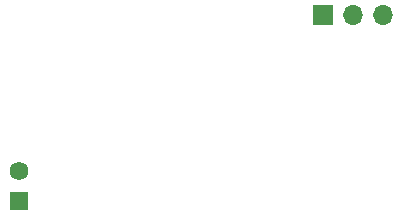
<source format=gbs>
%TF.GenerationSoftware,KiCad,Pcbnew,7.0.7*%
%TF.CreationDate,2024-03-25T16:43:20-04:00*%
%TF.ProjectId,MicBoard,4d696342-6f61-4726-942e-6b696361645f,rev?*%
%TF.SameCoordinates,Original*%
%TF.FileFunction,Soldermask,Bot*%
%TF.FilePolarity,Negative*%
%FSLAX46Y46*%
G04 Gerber Fmt 4.6, Leading zero omitted, Abs format (unit mm)*
G04 Created by KiCad (PCBNEW 7.0.7) date 2024-03-25 16:43:20*
%MOMM*%
%LPD*%
G01*
G04 APERTURE LIST*
G04 Aperture macros list*
%AMRoundRect*
0 Rectangle with rounded corners*
0 $1 Rounding radius*
0 $2 $3 $4 $5 $6 $7 $8 $9 X,Y pos of 4 corners*
0 Add a 4 corners polygon primitive as box body*
4,1,4,$2,$3,$4,$5,$6,$7,$8,$9,$2,$3,0*
0 Add four circle primitives for the rounded corners*
1,1,$1+$1,$2,$3*
1,1,$1+$1,$4,$5*
1,1,$1+$1,$6,$7*
1,1,$1+$1,$8,$9*
0 Add four rect primitives between the rounded corners*
20,1,$1+$1,$2,$3,$4,$5,0*
20,1,$1+$1,$4,$5,$6,$7,0*
20,1,$1+$1,$6,$7,$8,$9,0*
20,1,$1+$1,$8,$9,$2,$3,0*%
G04 Aperture macros list end*
%ADD10RoundRect,0.102000X-0.689000X-0.689000X0.689000X-0.689000X0.689000X0.689000X-0.689000X0.689000X0*%
%ADD11C,1.582000*%
%ADD12R,1.700000X1.700000*%
%ADD13O,1.700000X1.700000*%
G04 APERTURE END LIST*
D10*
%TO.C,MK1*%
X58057800Y-71374000D03*
D11*
X58057800Y-68834000D03*
%TD*%
D12*
%TO.C,J1*%
X83820000Y-55626000D03*
D13*
X86360000Y-55626000D03*
X88900000Y-55626000D03*
%TD*%
M02*

</source>
